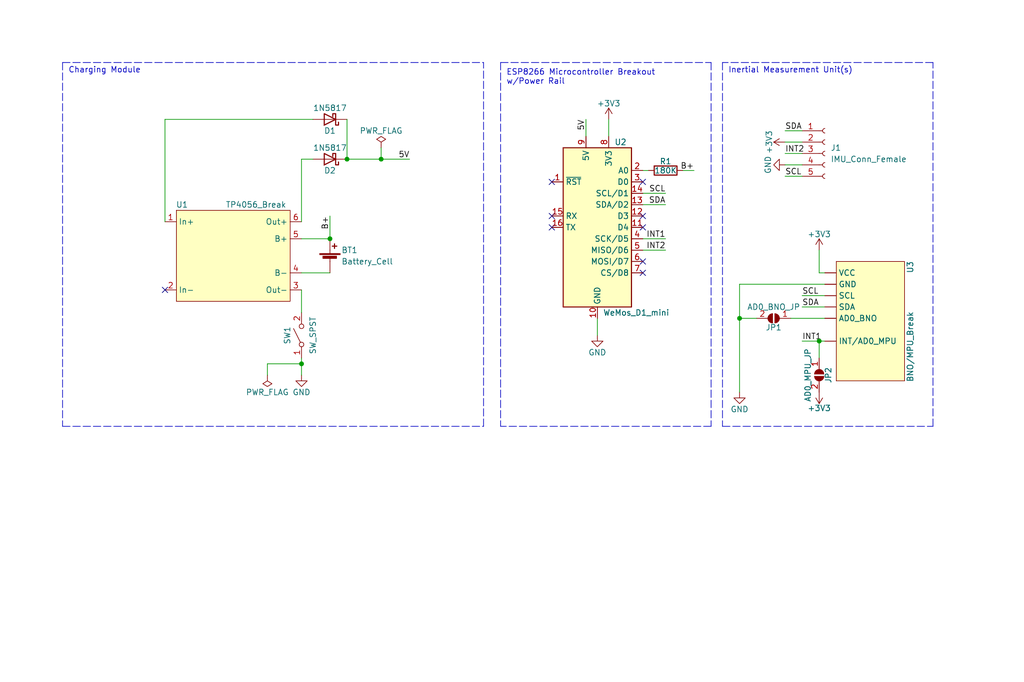
<source format=kicad_sch>
(kicad_sch (version 20211123) (generator eeschema)
  (paper "User" 228.6 152.4)
  (title_block (title "breakout_slime") (date "2022-02-23") (rev "0.1") (company "https://github.com/TheButlah/slimevr_pcb") (comment 1 "Licensed under CERN-OHL-P v2 or later") (comment 2 "For use with SlimeVR and made with <3"))
  (lib_symbols
    (symbol "Connector:Conn_01x05_Female" (pin_names (offset 1.016) hide)
      (property "Reference" "J" (at 0 7.62 0))
      (property "Value" "Conn_01x05_Female" (at 0 -7.62 0))
      (symbol "Conn_01x05_Female_1_1"
        (arc (start 0 -4.572) (mid -0.508 -5.08) (end 0 -5.588) (stroke (width 0.1524)))
        (arc (start 0 -2.032) (mid -0.508 -2.54) (end 0 -3.048) (stroke (width 0.1524)))
        (polyline (pts (xy -1.27 -5.08) (xy -0.508 -5.08)) (stroke (width 0.1524)))
        (polyline (pts (xy -1.27 -2.54) (xy -0.508 -2.54)) (stroke (width 0.1524)))
        (polyline (pts (xy -1.27 0) (xy -0.508 0)) (stroke (width 0.1524)))
        (polyline (pts (xy -1.27 2.54) (xy -0.508 2.54)) (stroke (width 0.1524)))
        (polyline (pts (xy -1.27 5.08) (xy -0.508 5.08)) (stroke (width 0.1524)))
        (arc (start 0 0.508) (mid -0.508 0) (end 0 -0.508) (stroke (width 0.1524)))
        (arc (start 0 3.048) (mid -0.508 2.54) (end 0 2.032) (stroke (width 0.1524)))
        (arc (start 0 5.588) (mid -0.508 5.08) (end 0 4.572) (stroke (width 0.1524)))
        (pin passive line (at -5.08 5.08 0) (length 3.81) (name "Pin_1") (number "1"))
        (pin passive line (at -5.08 2.54 0) (length 3.81) (name "Pin_2") (number "2"))
        (pin passive line (at -5.08 0 0) (length 3.81) (name "Pin_3") (number "3"))
        (pin passive line (at -5.08 -2.54 0) (length 3.81) (name "Pin_4") (number "4"))
        (pin passive line (at -5.08 -5.08 0) (length 3.81) (name "Pin_5") (number "5"))
      )
    )
    (symbol "Device:Battery_Cell" (pin_numbers hide) (pin_names (offset 0) hide)
      (property "Reference" "BT" (at 2.54 2.54 0))
      (property "Value" "Battery_Cell" (at 2.54 0 0))
      (symbol "Battery_Cell_0_1"
        (rectangle (start -2.286 1.778) (end 2.286 1.524) (fill (type outline)))
        (rectangle (start -1.5748 1.1938) (end 1.4732 0.6858) (fill (type outline)))
        (polyline (pts (xy 0 0.762) (xy 0 0)))
        (polyline (pts (xy 0 1.778) (xy 0 2.54)))
        (polyline (pts (xy 0.508 3.429) (xy 1.524 3.429)) (stroke (width 0.254)))
        (polyline (pts (xy 1.016 3.937) (xy 1.016 2.921)) (stroke (width 0.254)))
      )
      (symbol "Battery_Cell_1_1"
        (pin passive line (at 0 5.08 270) (length 2.54) (name "+") (number "1"))
        (pin passive line (at 0 -2.54 90) (length 2.54) (name "-") (number "2"))
      )
    )
    (symbol "Device:R" (pin_numbers hide) (pin_names (offset 0))
      (property "Reference" "R" (at 2.032 0 90))
      (property "Value" "R" (at 0 0 90))
      (symbol "R_0_1"
        (rectangle (start -1.016 -2.54) (end 1.016 2.54) (stroke (width 0.254)))
      )
      (symbol "R_1_1"
        (pin passive line (at 0 3.81 270) (length 1.27) (name "~") (number "1"))
        (pin passive line (at 0 -3.81 90) (length 1.27) (name "~") (number "2"))
      )
    )
    (symbol "Diode:1N5817" (pin_numbers hide) (pin_names (offset 1.016) hide)
      (property "Reference" "D" (at 0 2.54 0))
      (property "Value" "1N5817" (at 0 -2.54 0))
      (symbol "1N5817_0_1"
        (polyline (pts (xy 1.27 0) (xy -1.27 0)))
        (polyline (pts (xy 1.27 1.27) (xy 1.27 -1.27) (xy -1.27 0) (xy 1.27 1.27)) (stroke (width 0.254)))
        (polyline (pts (xy -1.905 0.635) (xy -1.905 1.27) (xy -1.27 1.27) (xy -1.27 -1.27) (xy -0.635 -1.27) (xy -0.635 -0.635)) (stroke (width 0.254)))
      )
      (symbol "1N5817_1_1"
        (pin passive line (at -3.81 0 0) (length 2.54) (name "K") (number "1"))
        (pin passive line (at 3.81 0 180) (length 2.54) (name "A") (number "2"))
      )
    )
    (symbol "Jumper:SolderJumper_2_Open" (pin_names (offset 0) hide)
      (property "Reference" "JP" (at 0 2.032 0))
      (property "Value" "SolderJumper_2_Open" (at 0 -2.54 0))
      (symbol "SolderJumper_2_Open_0_1"
        (arc (start -0.254 1.016) (mid -1.27 0) (end -0.254 -1.016))
        (arc (start -0.254 1.016) (mid -1.27 0) (end -0.254 -1.016) (fill (type outline)))
        (polyline (pts (xy -0.254 1.016) (xy -0.254 -1.016)))
        (polyline (pts (xy 0.254 1.016) (xy 0.254 -1.016)))
        (arc (start 0.254 -1.016) (mid 1.27 0) (end 0.254 1.016))
        (arc (start 0.254 -1.016) (mid 1.27 0) (end 0.254 1.016) (fill (type outline)))
      )
      (symbol "SolderJumper_2_Open_1_1"
        (pin passive line (at -3.81 0 0) (length 2.54) (name "A") (number "1"))
        (pin passive line (at 3.81 0 180) (length 2.54) (name "B") (number "2"))
      )
    )
    (symbol "MCU_Module:WeMos_D1_mini"
      (property "Reference" "U" (at 3.81 19.05 0))
      (property "Value" "WeMos_D1_mini" (at 1.27 -19.05 0))
      (symbol "WeMos_D1_mini_1_1"
        (rectangle (start -7.62 17.78) (end 7.62 -17.78) (stroke (width 0.254)) (fill (type background)))
        (pin input line (at -10.16 10.16 0) (length 2.54) (name "~{RST}") (number "1"))
        (pin power_in line (at 0 -20.32 90) (length 2.54) (name "GND") (number "10"))
        (pin bidirectional line (at 10.16 0 180) (length 2.54) (name "D4") (number "11"))
        (pin bidirectional line (at 10.16 2.54 180) (length 2.54) (name "D3") (number "12"))
        (pin bidirectional line (at 10.16 5.08 180) (length 2.54) (name "SDA/D2") (number "13"))
        (pin bidirectional line (at 10.16 7.62 180) (length 2.54) (name "SCL/D1") (number "14"))
        (pin input line (at -10.16 2.54 0) (length 2.54) (name "RX") (number "15"))
        (pin output line (at -10.16 0 0) (length 2.54) (name "TX") (number "16"))
        (pin input line (at 10.16 12.7 180) (length 2.54) (name "A0") (number "2"))
        (pin bidirectional line (at 10.16 10.16 180) (length 2.54) (name "D0") (number "3"))
        (pin bidirectional line (at 10.16 -2.54 180) (length 2.54) (name "SCK/D5") (number "4"))
        (pin bidirectional line (at 10.16 -5.08 180) (length 2.54) (name "MISO/D6") (number "5"))
        (pin bidirectional line (at 10.16 -7.62 180) (length 2.54) (name "MOSI/D7") (number "6"))
        (pin bidirectional line (at 10.16 -10.16 180) (length 2.54) (name "CS/D8") (number "7"))
        (pin power_out line (at 2.54 20.32 270) (length 2.54) (name "3V3") (number "8"))
        (pin power_in line (at -2.54 20.32 270) (length 2.54) (name "5V") (number "9"))
      )
    )
    (symbol "Switch:SW_SPST" (pin_names (offset 0) hide)
      (property "Reference" "SW" (at 0 3.175 0))
      (property "Value" "SW_SPST" (at 0 -2.54 0))
      (symbol "SW_SPST_0_0"
        (circle (center -2.032 0) (radius 0.508))
        (polyline (pts (xy -1.524 0.254) (xy 1.524 1.778)))
        (circle (center 2.032 0) (radius 0.508))
      )
      (symbol "SW_SPST_1_1"
        (pin passive line (at -5.08 0 0) (length 2.54) (name "A") (number "1"))
        (pin passive line (at 5.08 0 180) (length 2.54) (name "B") (number "2"))
      )
    )
    (symbol "power:+3V3" (power) (pin_names (offset 0))
      (property "Value" "+3V3" (at 0 3.556 0))
      (symbol "+3V3_0_1"
        (polyline (pts (xy -0.762 1.27) (xy 0 2.54)))
        (polyline (pts (xy 0 0) (xy 0 2.54)))
        (polyline (pts (xy 0 2.54) (xy 0.762 1.27)))
      )
      (symbol "+3V3_1_1"
        (pin power_in line (at 0 0 90) (length 0) hide (name "+3V3") (number "1"))
      )
    )
    (symbol "power:GND" (power) (pin_names (offset 0))
      (property "Value" "GND" (at 0 -3.81 0))
      (symbol "GND_0_1"
        (polyline (pts (xy 0 0) (xy 0 -1.27) (xy 1.27 -1.27) (xy 0 -2.54) (xy -1.27 -1.27) (xy 0 -1.27)))
      )
      (symbol "GND_1_1"
        (pin power_in line (at 0 0 270) (length 0) hide (name "GND") (number "1"))
      )
    )
    (symbol "power:PWR_FLAG" (power) (pin_numbers hide) (pin_names (offset 0) hide)
      (property "Value" "PWR_FLAG" (at 0 3.81 0))
      (symbol "PWR_FLAG_0_0"
        (pin power_out line (at 0 0 90) (length 0) (name "pwr") (number "1"))
      )
      (symbol "PWR_FLAG_0_1"
        (polyline (pts (xy 0 0) (xy 0 1.27) (xy -1.016 1.905) (xy 0 2.54) (xy 1.016 1.905) (xy 0 1.27)))
      )
    )
    (symbol "slimevr_pcb:BNO{slash}MPU_Break"
      (property "Reference" "U" (at -12.7 8.89 0))
      (property "Value" "BNO{slash}MPU_Break" (at 5.08 8.89 0))
      (symbol "BNO{slash}MPU_Break_0_1"
        (rectangle (start -13.97 7.62) (end 12.7 -7.62) (fill (type background)))
      )
      (symbol "BNO{slash}MPU_Break_1_1"
        (pin passive line (at -1.27 -10.16 90) (length 2.54) (name "AD0_BNO") (number ""))
        (pin power_in line (at -8.89 -10.16 90) (length 2.54) (name "GND") (number ""))
        (pin output line (at 3.81 -10.16 90) (length 2.54) (name "INT/AD0_MPU") (number ""))
        (pin bidirectional line (at -6.35 -10.16 90) (length 2.54) (name "SCL") (number ""))
        (pin bidirectional line (at -3.81 -10.16 90) (length 2.54) (name "SDA") (number ""))
        (pin power_in line (at -11.43 -10.16 90) (length 2.54) (name "VCC") (number ""))
      )
    )
    (symbol "slimevr_pcb:TP4056_Break"
      (property "Reference" "U" (at -11.43 11.43 0))
      (property "Value" "TP4056_Break" (at 5.08 11.43 0))
      (symbol "TP4056_Break_0_1"
        (rectangle (start -12.7 10.16) (end 12.7 -10.16) (fill (type background)))
      )
      (symbol "TP4056_Break_1_1"
        (pin power_out line (at -15.24 7.62 0) (length 2.54) (name "In+") (number "1"))
        (pin power_out line (at -15.24 -7.62 0) (length 2.54) (name "In-") (number "2"))
        (pin power_out line (at 15.24 -7.62 180) (length 2.54) (name "Out-") (number "3"))
        (pin power_out line (at 15.24 -3.81 180) (length 2.54) (name "B-") (number "4"))
        (pin power_out line (at 15.24 3.81 180) (length 2.54) (name "B+") (number "5"))
        (pin power_out line (at 15.24 7.62 180) (length 2.54) (name "Out+") (number "6"))
      )
    )
  )
  (junction (at 182.88 76.2))
  (junction (at 73.66 53.34))
  (junction (at 165.1 71.12))
  (junction (at 85.09 35.56))
  (junction (at 67.31 81.28))
  (junction (at 77.47 35.56))
  (no_connect (at 143.51 40.64))
  (no_connect (at 123.19 50.8))
  (no_connect (at 123.19 48.26))
  (no_connect (at 123.19 40.64))
  (no_connect (at 143.51 60.96))
  (no_connect (at 143.51 58.42))
  (no_connect (at 143.51 50.8))
  (no_connect (at 143.51 48.26))
  (no_connect (at 36.83 64.77))
  (wire (pts (xy 59.69 81.28) (xy 59.69 83.82)))
  (wire (pts (xy 133.35 71.12) (xy 133.35 74.93)))
  (polyline (pts (xy 208.28 13.97) (xy 161.29 13.97)))
  (wire (pts (xy 175.26 39.37) (xy 179.07 39.37)))
  (wire (pts (xy 59.69 81.28) (xy 67.31 81.28)))
  (polyline (pts (xy 158.75 13.97) (xy 158.75 95.25)))
  (wire (pts (xy 85.09 33.02) (xy 85.09 35.56)))
  (wire (pts (xy 182.88 60.96) (xy 182.88 55.88)))
  (wire (pts (xy 179.07 76.2) (xy 182.88 76.2)))
  (wire (pts (xy 135.89 26.67) (xy 135.89 30.48)))
  (wire (pts (xy 165.1 63.5) (xy 184.15 63.5)))
  (polyline (pts (xy 13.97 95.25) (xy 107.95 95.25)))
  (polyline (pts (xy 158.75 95.25) (xy 111.76 95.25)))
  (wire (pts (xy 67.31 64.77) (xy 67.31 69.85)))
  (wire (pts (xy 67.31 81.28) (xy 67.31 83.82)))
  (wire (pts (xy 152.4 38.1) (xy 154.94 38.1)))
  (wire (pts (xy 175.26 36.83) (xy 179.07 36.83)))
  (polyline (pts (xy 111.76 13.97) (xy 158.75 13.97)))
  (polyline (pts (xy 111.76 13.97) (xy 111.76 95.25)))
  (wire (pts (xy 144.78 38.1) (xy 143.51 38.1)))
  (wire (pts (xy 77.47 35.56) (xy 85.09 35.56)))
  (wire (pts (xy 165.1 71.12) (xy 165.1 63.5)))
  (wire (pts (xy 143.51 53.34) (xy 148.59 53.34)))
  (wire (pts (xy 77.47 26.67) (xy 77.47 35.56)))
  (wire (pts (xy 182.88 76.2) (xy 184.15 76.2)))
  (wire (pts (xy 69.85 35.56) (xy 67.31 35.56)))
  (polyline (pts (xy 107.95 95.25) (xy 107.95 13.97)))
  (wire (pts (xy 143.51 55.88) (xy 148.59 55.88)))
  (wire (pts (xy 36.83 26.67) (xy 36.83 49.53)))
  (polyline (pts (xy 161.29 95.25) (xy 208.28 95.25)))
  (wire (pts (xy 67.31 53.34) (xy 73.66 53.34)))
  (wire (pts (xy 175.26 29.21) (xy 179.07 29.21)))
  (wire (pts (xy 165.1 71.12) (xy 165.1 87.63)))
  (wire (pts (xy 176.53 71.12) (xy 184.15 71.12)))
  (wire (pts (xy 85.09 35.56) (xy 91.44 35.56)))
  (polyline (pts (xy 13.97 13.97) (xy 13.97 95.25)))
  (wire (pts (xy 175.26 34.29) (xy 179.07 34.29)))
  (wire (pts (xy 130.81 26.67) (xy 130.81 30.48)))
  (wire (pts (xy 69.85 26.67) (xy 36.83 26.67)))
  (polyline (pts (xy 208.28 95.25) (xy 208.28 13.97)))
  (wire (pts (xy 179.07 68.58) (xy 184.15 68.58)))
  (polyline (pts (xy 13.97 13.97) (xy 107.95 13.97)))
  (polyline (pts (xy 161.29 13.97) (xy 161.29 95.25)))
  (wire (pts (xy 67.31 80.01) (xy 67.31 81.28)))
  (wire (pts (xy 67.31 60.96) (xy 73.66 60.96)))
  (wire (pts (xy 73.66 48.26) (xy 73.66 53.34)))
  (wire (pts (xy 175.26 31.75) (xy 179.07 31.75)))
  (wire (pts (xy 184.15 60.96) (xy 182.88 60.96)))
  (wire (pts (xy 182.88 76.2) (xy 182.88 80.01)))
  (wire (pts (xy 143.51 43.18) (xy 148.59 43.18)))
  (wire (pts (xy 143.51 45.72) (xy 148.59 45.72)))
  (wire (pts (xy 67.31 35.56) (xy 67.31 49.53)))
  (wire (pts (xy 179.07 66.04) (xy 184.15 66.04)))
  (wire (pts (xy 165.1 71.12) (xy 168.91 71.12)))
  (text "Charging Module" (at 15.24 16.51 0) (effects (font (size 1.27 1.27)) (justify left bottom)))
  (text "ESP8266 Microcontroller Breakout\nw/Power Rail" (at 113.03 19.05 0) (effects (font (size 1.27 1.27)) (justify left bottom)))
  (text "Inertial Measurement Unit(s)" (at 162.56 16.51 0) (effects (font (size 1.27 1.27)) (justify left bottom)))
  (label "B+" (at 73.66 48.26 270))
  (label "INT1" (at 148.59 53.34 180))
  (label "INT2" (at 175.26 34.29 0))
  (label "SCL" (at 148.59 43.18 180))
  (label "SDA" (at 148.59 45.72 180))
  (label "SDA" (at 179.07 68.58 0))
  (label "5V" (at 91.44 35.56 180))
  (label "INT2" (at 148.59 55.88 180))
  (label "5V" (at 130.81 26.67 270))
  (label "SDA" (at 175.26 29.21 0))
  (label "B+" (at 154.94 38.1 180))
  (label "INT1" (at 179.07 76.2 0))
  (label "SCL" (at 179.07 66.04 0))
  (label "SCL" (at 175.26 39.37 0))
  (symbol (lib_id "power:+3V3") (at 135.89 26.67 0) (unit 1)
    (property "Reference" "#PWR03" (effects hide))
    (property "Value" "+3V3" (at 135.89 23.114 0))
  )
  (symbol (lib_id "Device:R") (at 148.59 38.1 90) (unit 1)
    (property "Reference" "R1" (at 148.59 36.068 90))
    (property "Value" "180K" (at 148.59 38.1 90))
    (property "Footprint" "Resistor_THT:R_Axial_DIN0207_L6.3mm_D2.5mm_P10.16mm_Horizontal" (effects hide))
  )
  (symbol (lib_id "slimevr_pcb:TP4056_Break") (at 52.07 57.15 0) (unit 1)
    (property "Reference" "U1" (at 40.64 45.72 0))
    (property "Value" "TP4056_Break" (at 57.15 45.72 0))
    (property "Footprint" "slimevr_pcb:TP4056_Breakout" (effects hide))
  )
  (symbol (lib_id "power:GND") (at 175.26 36.83 270) (unit 1)
    (property "Reference" "#PWR06" (effects hide))
    (property "Value" "GND" (at 171.45 36.83 0))
  )
  (symbol (lib_id "power:PWR_FLAG") (at 59.69 83.82 180) (unit 1)
    (property "Reference" "#FLG01" (effects hide))
    (property "Value" "PWR_FLAG" (at 59.69 87.63 0))
  )
  (symbol (lib_id "slimevr_pcb:BNO{slash}MPU_Break") (at 194.31 72.39 270) (unit 1)
    (property "Reference" "U3" (at 203.2 59.69 0))
    (property "Value" "BNO/MPU_Break" (at 203.2 77.47 0))
    (property "Footprint" "slimevr_pcb:BNO_MPU_Breakout" (effects hide))
  )
  (symbol (lib_id "power:GND") (at 67.31 83.82 0) (unit 1)
    (property "Reference" "#PWR01" (effects hide))
    (property "Value" "GND" (at 67.31 87.63 0))
  )
  (symbol (lib_id "power:+3V3") (at 175.26 31.75 90) (unit 1)
    (property "Reference" "#PWR05" (effects hide))
    (property "Value" "+3V3" (at 171.704 31.75 0))
  )
  (symbol (lib_id "Device:Battery_Cell") (at 73.66 58.42 0) (unit 1)
    (property "Reference" "BT1" (at 76.2 55.88 0) (effects (justify left)))
    (property "Value" "Battery_Cell" (at 76.2 58.42 0) (effects (justify left)))
    (property "Footprint" "Connector_JST:JST_PH_S2B-PH-K_1x02_P2.00mm_Horizontal" (effects hide))
  )
  (symbol (lib_id "power:PWR_FLAG") (at 85.09 33.02 0) (unit 1)
    (property "Reference" "#FLG02" (effects hide))
    (property "Value" "PWR_FLAG" (at 85.09 29.21 0))
  )
  (symbol (lib_id "Connector:Conn_01x05_Female") (at 184.15 34.29 0) (unit 1)
    (property "Reference" "J1" (at 185.42 33.0199 0) (effects (justify left)))
    (property "Value" "IMU_Conn_Female" (at 185.42 35.5599 0) (effects (justify left)))
    (property "Footprint" "Connector_PinSocket_2.54mm:PinSocket_1x05_P2.54mm_Horizontal" (effects hide))
  )
  (symbol (lib_id "MCU_Module:WeMos_D1_mini") (at 133.35 50.8 0) (unit 1)
    (property "Reference" "U2" (at 137.16 31.75 0) (effects (justify left)))
    (property "Value" "WeMos_D1_mini" (at 134.62 69.85 0) (effects (justify left)))
    (property "Footprint" "Module:WEMOS_D1_mini_light" (effects hide))
    (property "Datasheet" "https://wiki.wemos.cc/products:d1:d1_mini#documentation" (effects hide))
  )
  (symbol (lib_id "power:GND") (at 165.1 87.63 0) (unit 1)
    (property "Reference" "#PWR04" (effects hide))
    (property "Value" "GND" (at 165.1 91.44 0))
  )
  (symbol (lib_id "Jumper:SolderJumper_2_Open") (at 172.72 71.12 180) (unit 1)
    (property "Reference" "JP1" (at 172.72 73.152 0))
    (property "Value" "AD0_BNO_JP" (at 172.72 68.58 0))
    (property "Footprint" "Jumper:SolderJumper-2_P1.3mm_Open_Pad1.0x1.5mm" (effects hide))
  )
  (symbol (lib_id "Diode:1N5817") (at 73.66 35.56 180) (unit 1)
    (property "Reference" "D2" (at 73.66 38.1 0))
    (property "Value" "1N5817" (at 73.66 33.02 0))
    (property "Footprint" "Diode_THT:D_DO-41_SOD81_P10.16mm_Horizontal" (effects hide))
    (property "Datasheet" "http://www.vishay.com/docs/88525/1n5817.pdf" (effects hide))
  )
  (symbol (lib_id "power:+3V3") (at 182.88 87.63 180) (unit 1)
    (property "Reference" "#PWR08" (effects hide))
    (property "Value" "+3V3" (at 182.88 91.186 0))
  )
  (symbol (lib_id "power:GND") (at 133.35 74.93 0) (unit 1)
    (property "Reference" "#PWR02" (effects hide))
    (property "Value" "GND" (at 133.35 78.74 0))
  )
  (symbol (lib_id "Jumper:SolderJumper_2_Open") (at 182.88 83.82 270) (unit 1)
    (property "Reference" "JP2" (at 184.912 83.82 0))
    (property "Value" "AD0_MPU_JP" (at 180.34 83.82 0))
    (property "Footprint" "Jumper:SolderJumper-2_P1.3mm_Open_Pad1.0x1.5mm" (effects hide))
  )
  (symbol (lib_id "Diode:1N5817") (at 73.66 26.67 180) (unit 1)
    (property "Reference" "D1" (at 73.66 29.21 0))
    (property "Value" "1N5817" (at 73.66 24.13 0))
    (property "Footprint" "Diode_THT:D_DO-41_SOD81_P10.16mm_Horizontal" (effects hide))
    (property "Datasheet" "http://www.vishay.com/docs/88525/1n5817.pdf" (effects hide))
  )
  (symbol (lib_id "Switch:SW_SPST") (at 67.31 74.93 90) (unit 1)
    (property "Reference" "SW1" (at 64.135 74.93 0))
    (property "Value" "SW_SPST" (at 69.85 74.93 0))
    (property "Footprint" "Button_Switch_THT:SW_CuK_OS102011MA1QN1_SPDT_Angled" (effects hide))
  )
  (symbol (lib_id "power:+3V3") (at 182.88 55.88 0) (unit 1)
    (property "Reference" "#PWR07" (effects hide))
    (property "Value" "+3V3" (at 182.88 52.324 0))
  )
)
</source>
